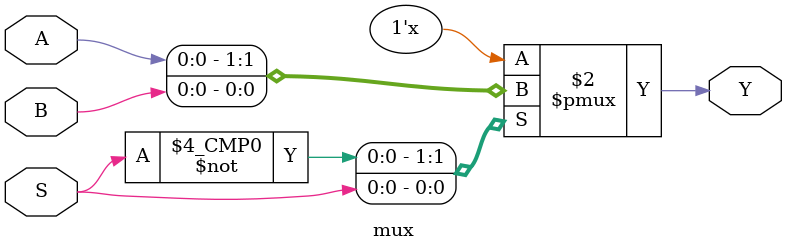
<source format=v>
module mux(A,B,S,Y);
input A,B,S;
output reg Y;
always @(*)
	begin
		case (S)
			0 : Y=A;
			1 : Y=B;
			default : $display("Error");
		endcase
	end
endmodule

</source>
